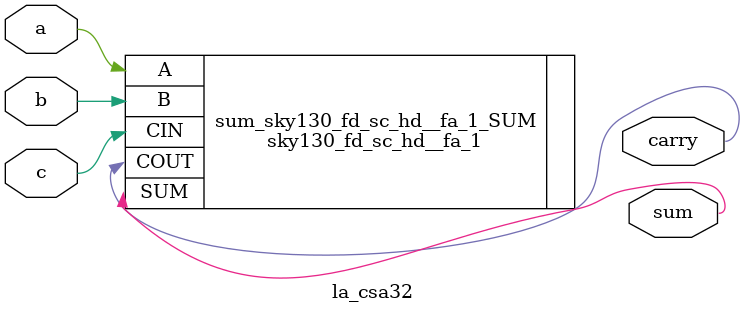
<source format=v>
/* Generated by Yosys 0.37 (git sha1 a5c7f69ed, clang 14.0.0-1ubuntu1.1 -fPIC -Os) */

module la_csa32(a, b, c, sum, carry);
  input a;
  wire a;
  input b;
  wire b;
  input c;
  wire c;
  output carry;
  wire carry;
  output sum;
  wire sum;
  sky130_fd_sc_hd__fa_1 sum_sky130_fd_sc_hd__fa_1_SUM (
    .A(a),
    .B(b),
    .CIN(c),
    .COUT(carry),
    .SUM(sum)
  );
endmodule

</source>
